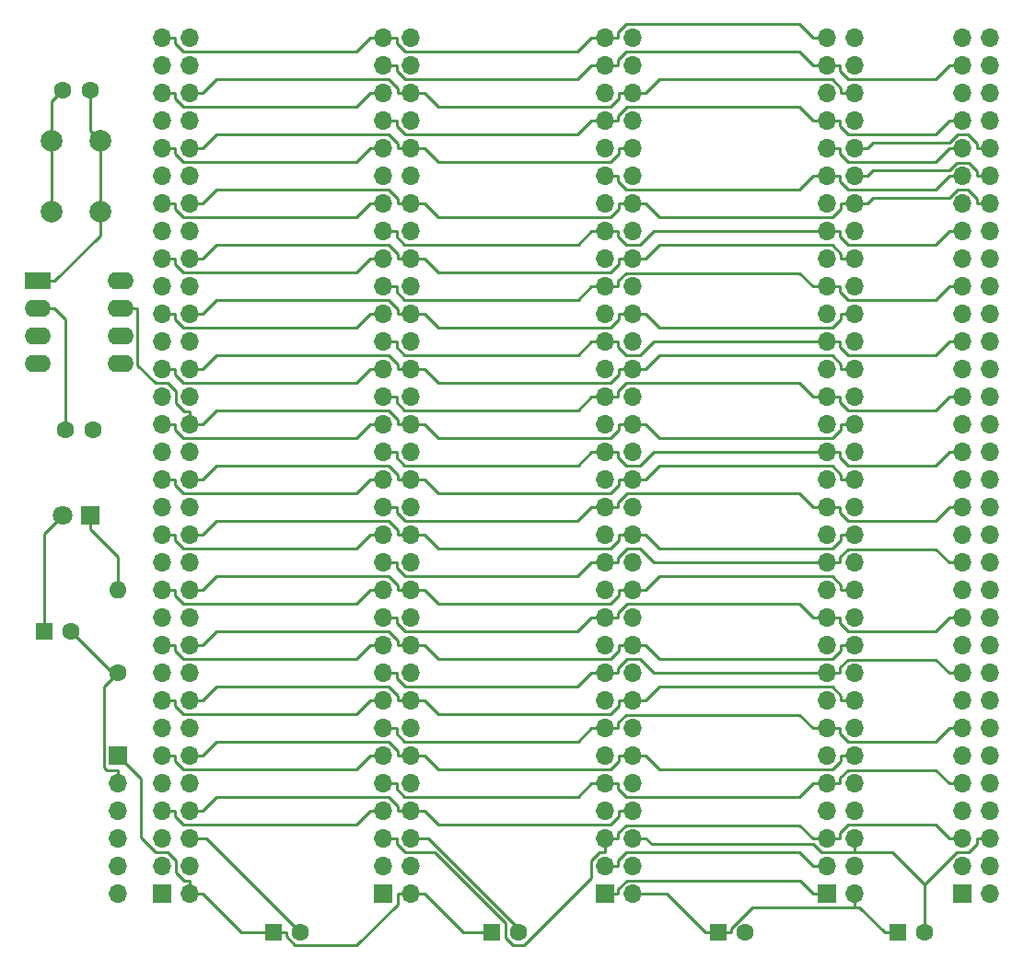
<source format=gbl>
G04 #@! TF.GenerationSoftware,KiCad,Pcbnew,(6.0.2)*
G04 #@! TF.CreationDate,2022-10-15T15:33:45-07:00*
G04 #@! TF.ProjectId,Backplane,4261636b-706c-4616-9e65-2e6b69636164,1.0*
G04 #@! TF.SameCoordinates,Original*
G04 #@! TF.FileFunction,Copper,L2,Bot*
G04 #@! TF.FilePolarity,Positive*
%FSLAX46Y46*%
G04 Gerber Fmt 4.6, Leading zero omitted, Abs format (unit mm)*
G04 Created by KiCad (PCBNEW (6.0.2)) date 2022-10-15 15:33:45*
%MOMM*%
%LPD*%
G01*
G04 APERTURE LIST*
G04 #@! TA.AperFunction,ComponentPad*
%ADD10R,2.400000X1.600000*%
G04 #@! TD*
G04 #@! TA.AperFunction,ComponentPad*
%ADD11O,2.400000X1.600000*%
G04 #@! TD*
G04 #@! TA.AperFunction,ComponentPad*
%ADD12C,2.000000*%
G04 #@! TD*
G04 #@! TA.AperFunction,ComponentPad*
%ADD13C,1.600000*%
G04 #@! TD*
G04 #@! TA.AperFunction,ComponentPad*
%ADD14O,1.600000X1.600000*%
G04 #@! TD*
G04 #@! TA.AperFunction,ComponentPad*
%ADD15R,1.800000X1.800000*%
G04 #@! TD*
G04 #@! TA.AperFunction,ComponentPad*
%ADD16C,1.800000*%
G04 #@! TD*
G04 #@! TA.AperFunction,ComponentPad*
%ADD17R,1.600000X1.600000*%
G04 #@! TD*
G04 #@! TA.AperFunction,ComponentPad*
%ADD18R,1.700000X1.700000*%
G04 #@! TD*
G04 #@! TA.AperFunction,ComponentPad*
%ADD19O,1.700000X1.700000*%
G04 #@! TD*
G04 #@! TA.AperFunction,Conductor*
%ADD20C,0.254000*%
G04 #@! TD*
G04 APERTURE END LIST*
D10*
X98537000Y-79512000D03*
D11*
X98537000Y-82052000D03*
X98537000Y-84592000D03*
X98537000Y-87132000D03*
X106157000Y-87132000D03*
X106157000Y-84592000D03*
X106157000Y-82052000D03*
X106157000Y-79512000D03*
D12*
X99822000Y-66652000D03*
X99822000Y-73152000D03*
X104322000Y-66652000D03*
X104322000Y-73152000D03*
D13*
X101112000Y-93218000D03*
X103612000Y-93218000D03*
X103358000Y-61976000D03*
X100858000Y-61976000D03*
X105918000Y-115570000D03*
D14*
X105918000Y-107950000D03*
D15*
X103383000Y-101092000D03*
D16*
X100843000Y-101092000D03*
D17*
X99147600Y-111760000D03*
D13*
X101647600Y-111760000D03*
D17*
X120206900Y-139446000D03*
D13*
X122706900Y-139446000D03*
D17*
X177610900Y-139446000D03*
D13*
X180110900Y-139446000D03*
D17*
X161100900Y-139446000D03*
D13*
X163600900Y-139446000D03*
D17*
X140272900Y-139446000D03*
D13*
X142772900Y-139446000D03*
D18*
X109962000Y-135895000D03*
D19*
X112502000Y-135895000D03*
X109962000Y-133355000D03*
X112502000Y-133355000D03*
X109962000Y-130815000D03*
X112502000Y-130815000D03*
X109962000Y-128275000D03*
X112502000Y-128275000D03*
X109962000Y-125735000D03*
X112502000Y-125735000D03*
X109962000Y-123195000D03*
X112502000Y-123195000D03*
X109962000Y-120655000D03*
X112502000Y-120655000D03*
X109962000Y-118115000D03*
X112502000Y-118115000D03*
X109962000Y-115575000D03*
X112502000Y-115575000D03*
X109962000Y-113035000D03*
X112502000Y-113035000D03*
X109962000Y-110495000D03*
X112502000Y-110495000D03*
X109962000Y-107955000D03*
X112502000Y-107955000D03*
X109962000Y-105415000D03*
X112502000Y-105415000D03*
X109962000Y-102875000D03*
X112502000Y-102875000D03*
X109962000Y-100335000D03*
X112502000Y-100335000D03*
X109962000Y-97795000D03*
X112502000Y-97795000D03*
X109962000Y-95255000D03*
X112502000Y-95255000D03*
X109962000Y-92715000D03*
X112502000Y-92715000D03*
X109962000Y-90175000D03*
X112502000Y-90175000D03*
X109962000Y-87635000D03*
X112502000Y-87635000D03*
X109962000Y-85095000D03*
X112502000Y-85095000D03*
X109962000Y-82555000D03*
X112502000Y-82555000D03*
X109962000Y-80015000D03*
X112502000Y-80015000D03*
X109962000Y-77475000D03*
X112502000Y-77475000D03*
X109962000Y-74935000D03*
X112502000Y-74935000D03*
X109962000Y-72395000D03*
X112502000Y-72395000D03*
X109962000Y-69855000D03*
X112502000Y-69855000D03*
X109962000Y-67315000D03*
X112502000Y-67315000D03*
X109962000Y-64775000D03*
X112502000Y-64775000D03*
X109962000Y-62235000D03*
X112502000Y-62235000D03*
X109962000Y-59695000D03*
X112502000Y-59695000D03*
X109962000Y-57155000D03*
X112502000Y-57155000D03*
X132879300Y-57155000D03*
X130339300Y-57155000D03*
X132879300Y-59695000D03*
X130339300Y-59695000D03*
X132879300Y-62235000D03*
X130339300Y-62235000D03*
X132879300Y-64775000D03*
X130339300Y-64775000D03*
X132879300Y-67315000D03*
X130339300Y-67315000D03*
X132879300Y-69855000D03*
X130339300Y-69855000D03*
X132879300Y-72395000D03*
X130339300Y-72395000D03*
X132879300Y-74935000D03*
X130339300Y-74935000D03*
X132879300Y-77475000D03*
X130339300Y-77475000D03*
X132879300Y-80015000D03*
X130339300Y-80015000D03*
X132879300Y-82555000D03*
X130339300Y-82555000D03*
X132879300Y-85095000D03*
X130339300Y-85095000D03*
X132879300Y-87635000D03*
X130339300Y-87635000D03*
X132879300Y-90175000D03*
X130339300Y-90175000D03*
X132879300Y-92715000D03*
X130339300Y-92715000D03*
X132879300Y-95255000D03*
X130339300Y-95255000D03*
X132879300Y-97795000D03*
X130339300Y-97795000D03*
X132879300Y-100335000D03*
X130339300Y-100335000D03*
X132879300Y-102875000D03*
X130339300Y-102875000D03*
X132879300Y-105415000D03*
X130339300Y-105415000D03*
X132879300Y-107955000D03*
X130339300Y-107955000D03*
X132879300Y-110495000D03*
X130339300Y-110495000D03*
X132879300Y-113035000D03*
X130339300Y-113035000D03*
X132879300Y-115575000D03*
X130339300Y-115575000D03*
X132879300Y-118115000D03*
X130339300Y-118115000D03*
X132879300Y-120655000D03*
X130339300Y-120655000D03*
X132879300Y-123195000D03*
X130339300Y-123195000D03*
X132879300Y-125735000D03*
X130339300Y-125735000D03*
X132879300Y-128275000D03*
X130339300Y-128275000D03*
X132879300Y-130815000D03*
X130339300Y-130815000D03*
X132879300Y-133355000D03*
X130339300Y-133355000D03*
X132879300Y-135895000D03*
D18*
X130339300Y-135895000D03*
D19*
X173634000Y-57155000D03*
X171094000Y-57155000D03*
X173634000Y-59695000D03*
X171094000Y-59695000D03*
X173634000Y-62235000D03*
X171094000Y-62235000D03*
X173634000Y-64775000D03*
X171094000Y-64775000D03*
X173634000Y-67315000D03*
X171094000Y-67315000D03*
X173634000Y-69855000D03*
X171094000Y-69855000D03*
X173634000Y-72395000D03*
X171094000Y-72395000D03*
X173634000Y-74935000D03*
X171094000Y-74935000D03*
X173634000Y-77475000D03*
X171094000Y-77475000D03*
X173634000Y-80015000D03*
X171094000Y-80015000D03*
X173634000Y-82555000D03*
X171094000Y-82555000D03*
X173634000Y-85095000D03*
X171094000Y-85095000D03*
X173634000Y-87635000D03*
X171094000Y-87635000D03*
X173634000Y-90175000D03*
X171094000Y-90175000D03*
X173634000Y-92715000D03*
X171094000Y-92715000D03*
X173634000Y-95255000D03*
X171094000Y-95255000D03*
X173634000Y-97795000D03*
X171094000Y-97795000D03*
X173634000Y-100335000D03*
X171094000Y-100335000D03*
X173634000Y-102875000D03*
X171094000Y-102875000D03*
X173634000Y-105415000D03*
X171094000Y-105415000D03*
X173634000Y-107955000D03*
X171094000Y-107955000D03*
X173634000Y-110495000D03*
X171094000Y-110495000D03*
X173634000Y-113035000D03*
X171094000Y-113035000D03*
X173634000Y-115575000D03*
X171094000Y-115575000D03*
X173634000Y-118115000D03*
X171094000Y-118115000D03*
X173634000Y-120655000D03*
X171094000Y-120655000D03*
X173634000Y-123195000D03*
X171094000Y-123195000D03*
X173634000Y-125735000D03*
X171094000Y-125735000D03*
X173634000Y-128275000D03*
X171094000Y-128275000D03*
X173634000Y-130815000D03*
X171094000Y-130815000D03*
X173634000Y-133355000D03*
X171094000Y-133355000D03*
X173634000Y-135895000D03*
D18*
X171094000Y-135895000D03*
D19*
X153256700Y-57155000D03*
X150716700Y-57155000D03*
X153256700Y-59695000D03*
X150716700Y-59695000D03*
X153256700Y-62235000D03*
X150716700Y-62235000D03*
X153256700Y-64775000D03*
X150716700Y-64775000D03*
X153256700Y-67315000D03*
X150716700Y-67315000D03*
X153256700Y-69855000D03*
X150716700Y-69855000D03*
X153256700Y-72395000D03*
X150716700Y-72395000D03*
X153256700Y-74935000D03*
X150716700Y-74935000D03*
X153256700Y-77475000D03*
X150716700Y-77475000D03*
X153256700Y-80015000D03*
X150716700Y-80015000D03*
X153256700Y-82555000D03*
X150716700Y-82555000D03*
X153256700Y-85095000D03*
X150716700Y-85095000D03*
X153256700Y-87635000D03*
X150716700Y-87635000D03*
X153256700Y-90175000D03*
X150716700Y-90175000D03*
X153256700Y-92715000D03*
X150716700Y-92715000D03*
X153256700Y-95255000D03*
X150716700Y-95255000D03*
X153256700Y-97795000D03*
X150716700Y-97795000D03*
X153256700Y-100335000D03*
X150716700Y-100335000D03*
X153256700Y-102875000D03*
X150716700Y-102875000D03*
X153256700Y-105415000D03*
X150716700Y-105415000D03*
X153256700Y-107955000D03*
X150716700Y-107955000D03*
X153256700Y-110495000D03*
X150716700Y-110495000D03*
X153256700Y-113035000D03*
X150716700Y-113035000D03*
X153256700Y-115575000D03*
X150716700Y-115575000D03*
X153256700Y-118115000D03*
X150716700Y-118115000D03*
X153256700Y-120655000D03*
X150716700Y-120655000D03*
X153256700Y-123195000D03*
X150716700Y-123195000D03*
X153256700Y-125735000D03*
X150716700Y-125735000D03*
X153256700Y-128275000D03*
X150716700Y-128275000D03*
X153256700Y-130815000D03*
X150716700Y-130815000D03*
X153256700Y-133355000D03*
X150716700Y-133355000D03*
X153256700Y-135895000D03*
D18*
X150716700Y-135895000D03*
X105918000Y-123190000D03*
D19*
X105918000Y-125730000D03*
X105918000Y-128270000D03*
X105918000Y-130810000D03*
X105918000Y-133350000D03*
X105918000Y-135890000D03*
D18*
X183605000Y-135895000D03*
D19*
X186145000Y-135895000D03*
X183605000Y-133355000D03*
X186145000Y-133355000D03*
X183605000Y-130815000D03*
X186145000Y-130815000D03*
X183605000Y-128275000D03*
X186145000Y-128275000D03*
X183605000Y-125735000D03*
X186145000Y-125735000D03*
X183605000Y-123195000D03*
X186145000Y-123195000D03*
X183605000Y-120655000D03*
X186145000Y-120655000D03*
X183605000Y-118115000D03*
X186145000Y-118115000D03*
X183605000Y-115575000D03*
X186145000Y-115575000D03*
X183605000Y-113035000D03*
X186145000Y-113035000D03*
X183605000Y-110495000D03*
X186145000Y-110495000D03*
X183605000Y-107955000D03*
X186145000Y-107955000D03*
X183605000Y-105415000D03*
X186145000Y-105415000D03*
X183605000Y-102875000D03*
X186145000Y-102875000D03*
X183605000Y-100335000D03*
X186145000Y-100335000D03*
X183605000Y-97795000D03*
X186145000Y-97795000D03*
X183605000Y-95255000D03*
X186145000Y-95255000D03*
X183605000Y-92715000D03*
X186145000Y-92715000D03*
X183605000Y-90175000D03*
X186145000Y-90175000D03*
X183605000Y-87635000D03*
X186145000Y-87635000D03*
X183605000Y-85095000D03*
X186145000Y-85095000D03*
X183605000Y-82555000D03*
X186145000Y-82555000D03*
X183605000Y-80015000D03*
X186145000Y-80015000D03*
X183605000Y-77475000D03*
X186145000Y-77475000D03*
X183605000Y-74935000D03*
X186145000Y-74935000D03*
X183605000Y-72395000D03*
X186145000Y-72395000D03*
X183605000Y-69855000D03*
X186145000Y-69855000D03*
X183605000Y-67315000D03*
X186145000Y-67315000D03*
X183605000Y-64775000D03*
X186145000Y-64775000D03*
X183605000Y-62235000D03*
X186145000Y-62235000D03*
X183605000Y-59695000D03*
X186145000Y-59695000D03*
X183605000Y-57155000D03*
X186145000Y-57155000D03*
D20*
X103358000Y-65688000D02*
X104322000Y-66652000D01*
X103358000Y-61976000D02*
X103358000Y-65688000D01*
X104322000Y-66652000D02*
X104322000Y-73152000D01*
X104322000Y-75308300D02*
X100118300Y-79512000D01*
X104322000Y-73152000D02*
X104322000Y-75308300D01*
X98537000Y-79512000D02*
X100118300Y-79512000D01*
X105918000Y-104908300D02*
X105918000Y-107950000D01*
X103383000Y-102373300D02*
X105918000Y-104908300D01*
X103383000Y-101092000D02*
X103383000Y-102373300D01*
X115003300Y-101605000D02*
X113733300Y-102875000D01*
X130839700Y-101605000D02*
X115003300Y-101605000D01*
X131648000Y-102413300D02*
X130839700Y-101605000D01*
X131648000Y-102875000D02*
X131648000Y-102413300D01*
X112502000Y-102875000D02*
X113733300Y-102875000D01*
X132300200Y-102875000D02*
X131648000Y-102875000D01*
X132300200Y-102875000D02*
X132879300Y-102875000D01*
X152025400Y-103385200D02*
X152025400Y-102875000D01*
X151265600Y-104145000D02*
X152025400Y-103385200D01*
X135380600Y-104145000D02*
X151265600Y-104145000D01*
X134110600Y-102875000D02*
X135380600Y-104145000D01*
X132879300Y-102875000D02*
X134110600Y-102875000D01*
X153256700Y-102875000D02*
X152025400Y-102875000D01*
X155758000Y-104145000D02*
X154488000Y-102875000D01*
X171594400Y-104145000D02*
X155758000Y-104145000D01*
X172402700Y-103336700D02*
X171594400Y-104145000D01*
X172402700Y-102875000D02*
X172402700Y-103336700D01*
X173634000Y-102875000D02*
X172402700Y-102875000D01*
X153256700Y-102875000D02*
X154488000Y-102875000D01*
X99147600Y-102787400D02*
X100843000Y-101092000D01*
X99147600Y-111760000D02*
X99147600Y-102787400D01*
X108047000Y-125319000D02*
X105918000Y-123190000D01*
X108047000Y-130734200D02*
X108047000Y-125319000D01*
X109397800Y-132085000D02*
X108047000Y-130734200D01*
X110509700Y-132085000D02*
X109397800Y-132085000D01*
X111270700Y-132846000D02*
X110509700Y-132085000D01*
X111270700Y-133894200D02*
X111270700Y-132846000D01*
X112040200Y-134663700D02*
X111270700Y-133894200D01*
X112502000Y-134663700D02*
X112040200Y-134663700D01*
X112502000Y-135895000D02*
X112502000Y-134663700D01*
X174109900Y-137126300D02*
X173634000Y-137126300D01*
X176429600Y-139446000D02*
X174109900Y-137126300D01*
X177610900Y-139446000D02*
X176429600Y-139446000D01*
X112502000Y-135895000D02*
X113733300Y-135895000D01*
X173634000Y-135895000D02*
X173634000Y-136999200D01*
X173634000Y-136999200D02*
X173634000Y-137126300D01*
X162282200Y-139076800D02*
X162282200Y-139446000D01*
X164232700Y-137126300D02*
X162282200Y-139076800D01*
X173634000Y-137126300D02*
X164232700Y-137126300D01*
X161100900Y-139446000D02*
X162282200Y-139446000D01*
X156368600Y-135895000D02*
X159919600Y-139446000D01*
X153256700Y-135895000D02*
X156368600Y-135895000D01*
X161100900Y-139446000D02*
X159919600Y-139446000D01*
X101112000Y-83045700D02*
X100118300Y-82052000D01*
X101112000Y-93218000D02*
X101112000Y-83045700D01*
X98537000Y-82052000D02*
X100118300Y-82052000D01*
X137661600Y-139446000D02*
X134110600Y-135895000D01*
X140272900Y-139446000D02*
X137661600Y-139446000D01*
X132879300Y-135895000D02*
X134110600Y-135895000D01*
X117284300Y-139446000D02*
X120206900Y-139446000D01*
X113733300Y-135895000D02*
X117284300Y-139446000D01*
X131648000Y-136855900D02*
X131648000Y-135895000D01*
X127862300Y-140641600D02*
X131648000Y-136855900D01*
X122214600Y-140641600D02*
X127862300Y-140641600D01*
X121388200Y-139815200D02*
X122214600Y-140641600D01*
X121388200Y-139446000D02*
X121388200Y-139815200D01*
X120206900Y-139446000D02*
X121388200Y-139446000D01*
X132879300Y-135895000D02*
X131648000Y-135895000D01*
X115003300Y-127005000D02*
X113733300Y-128275000D01*
X130839700Y-127005000D02*
X115003300Y-127005000D01*
X131648000Y-127813300D02*
X130839700Y-127005000D01*
X131648000Y-128275000D02*
X131648000Y-127813300D01*
X112502000Y-128275000D02*
X113733300Y-128275000D01*
X132300200Y-128275000D02*
X131648000Y-128275000D01*
X132300200Y-128275000D02*
X132879300Y-128275000D01*
X135380600Y-129545000D02*
X134110600Y-128275000D01*
X151217100Y-129545000D02*
X135380600Y-129545000D01*
X152025400Y-128736700D02*
X151217100Y-129545000D01*
X152025400Y-128275000D02*
X152025400Y-128736700D01*
X153256700Y-128275000D02*
X152025400Y-128275000D01*
X132879300Y-128275000D02*
X134110600Y-128275000D01*
X115003300Y-121925000D02*
X113733300Y-123195000D01*
X130839700Y-121925000D02*
X115003300Y-121925000D01*
X131648000Y-122733300D02*
X130839700Y-121925000D01*
X131648000Y-123195000D02*
X131648000Y-122733300D01*
X112502000Y-123195000D02*
X113733300Y-123195000D01*
X132300200Y-123195000D02*
X131648000Y-123195000D01*
X132300200Y-123195000D02*
X132879300Y-123195000D01*
X152025400Y-123705200D02*
X152025400Y-123195000D01*
X151265600Y-124465000D02*
X152025400Y-123705200D01*
X135380600Y-124465000D02*
X151265600Y-124465000D01*
X134110600Y-123195000D02*
X135380600Y-124465000D01*
X132879300Y-123195000D02*
X134110600Y-123195000D01*
X153256700Y-123195000D02*
X152025400Y-123195000D01*
X155758000Y-124465000D02*
X154488000Y-123195000D01*
X171594400Y-124465000D02*
X155758000Y-124465000D01*
X172402700Y-123656700D02*
X171594400Y-124465000D01*
X172402700Y-123195000D02*
X172402700Y-123656700D01*
X173634000Y-123195000D02*
X172402700Y-123195000D01*
X153256700Y-123195000D02*
X154488000Y-123195000D01*
X111193300Y-67825200D02*
X111193300Y-67315000D01*
X111953100Y-68585000D02*
X111193300Y-67825200D01*
X127838000Y-68585000D02*
X111953100Y-68585000D01*
X129108000Y-67315000D02*
X127838000Y-68585000D01*
X130339300Y-67315000D02*
X129108000Y-67315000D01*
X109962000Y-67315000D02*
X111193300Y-67315000D01*
X183605000Y-67315000D02*
X182373700Y-67315000D01*
X171094000Y-67315000D02*
X172325300Y-67315000D01*
X172325300Y-67825200D02*
X172325300Y-67315000D01*
X173046500Y-68546400D02*
X172325300Y-67825200D01*
X181142300Y-68546400D02*
X173046500Y-68546400D01*
X182373700Y-67315000D02*
X181142300Y-68546400D01*
X151948000Y-70365200D02*
X151948000Y-69855000D01*
X152707800Y-71125000D02*
X151948000Y-70365200D01*
X168592700Y-71125000D02*
X152707800Y-71125000D01*
X169862700Y-69855000D02*
X168592700Y-71125000D01*
X171094000Y-69855000D02*
X169862700Y-69855000D01*
X150716700Y-69855000D02*
X151948000Y-69855000D01*
X183605000Y-69855000D02*
X182373700Y-69855000D01*
X171094000Y-69855000D02*
X172325300Y-69855000D01*
X172325300Y-70365200D02*
X172325300Y-69855000D01*
X173085100Y-71125000D02*
X172325300Y-70365200D01*
X181103700Y-71125000D02*
X173085100Y-71125000D01*
X182373700Y-69855000D02*
X181103700Y-71125000D01*
X111193300Y-72905200D02*
X111193300Y-72395000D01*
X111953100Y-73665000D02*
X111193300Y-72905200D01*
X127838000Y-73665000D02*
X111953100Y-73665000D01*
X129108000Y-72395000D02*
X127838000Y-73665000D01*
X130339300Y-72395000D02*
X129108000Y-72395000D01*
X109962000Y-72395000D02*
X111193300Y-72395000D01*
X115003300Y-106685000D02*
X113733300Y-107955000D01*
X130839700Y-106685000D02*
X115003300Y-106685000D01*
X131648000Y-107493300D02*
X130839700Y-106685000D01*
X131648000Y-107955000D02*
X131648000Y-107493300D01*
X112502000Y-107955000D02*
X113733300Y-107955000D01*
X132300200Y-107955000D02*
X131648000Y-107955000D01*
X132300200Y-107955000D02*
X132879300Y-107955000D01*
X152025400Y-108465200D02*
X152025400Y-107955000D01*
X151265600Y-109225000D02*
X152025400Y-108465200D01*
X135380600Y-109225000D02*
X151265600Y-109225000D01*
X134110600Y-107955000D02*
X135380600Y-109225000D01*
X132879300Y-107955000D02*
X134110600Y-107955000D01*
X153256700Y-107955000D02*
X152025400Y-107955000D01*
X155758000Y-106685000D02*
X154488000Y-107955000D01*
X171594400Y-106685000D02*
X155758000Y-106685000D01*
X172402700Y-107493300D02*
X171594400Y-106685000D01*
X172402700Y-107955000D02*
X172402700Y-107493300D01*
X173634000Y-107955000D02*
X172402700Y-107955000D01*
X153256700Y-107955000D02*
X154488000Y-107955000D01*
X115003300Y-111765000D02*
X113733300Y-113035000D01*
X130839700Y-111765000D02*
X115003300Y-111765000D01*
X131648000Y-112573300D02*
X130839700Y-111765000D01*
X131648000Y-113035000D02*
X131648000Y-112573300D01*
X112502000Y-113035000D02*
X113733300Y-113035000D01*
X132300200Y-113035000D02*
X131648000Y-113035000D01*
X132300200Y-113035000D02*
X132879300Y-113035000D01*
X152025400Y-113545200D02*
X152025400Y-113035000D01*
X151265600Y-114305000D02*
X152025400Y-113545200D01*
X135380600Y-114305000D02*
X151265600Y-114305000D01*
X134110600Y-113035000D02*
X135380600Y-114305000D01*
X132879300Y-113035000D02*
X134110600Y-113035000D01*
X153256700Y-113035000D02*
X152025400Y-113035000D01*
X155758000Y-114305000D02*
X154488000Y-113035000D01*
X171594400Y-114305000D02*
X155758000Y-114305000D01*
X172402700Y-113496700D02*
X171594400Y-114305000D01*
X172402700Y-113035000D02*
X172402700Y-113496700D01*
X173634000Y-113035000D02*
X172402700Y-113035000D01*
X153256700Y-113035000D02*
X154488000Y-113035000D01*
X115003300Y-116845000D02*
X113733300Y-118115000D01*
X130839700Y-116845000D02*
X115003300Y-116845000D01*
X131648000Y-117653300D02*
X130839700Y-116845000D01*
X131648000Y-118115000D02*
X131648000Y-117653300D01*
X112502000Y-118115000D02*
X113733300Y-118115000D01*
X132300200Y-118115000D02*
X131648000Y-118115000D01*
X132300200Y-118115000D02*
X132879300Y-118115000D01*
X152025400Y-118625200D02*
X152025400Y-118115000D01*
X151265600Y-119385000D02*
X152025400Y-118625200D01*
X135380600Y-119385000D02*
X151265600Y-119385000D01*
X134110600Y-118115000D02*
X135380600Y-119385000D01*
X132879300Y-118115000D02*
X134110600Y-118115000D01*
X153256700Y-118115000D02*
X152025400Y-118115000D01*
X155758000Y-116845000D02*
X154488000Y-118115000D01*
X171594400Y-116845000D02*
X155758000Y-116845000D01*
X172402700Y-117653300D02*
X171594400Y-116845000D01*
X172402700Y-118115000D02*
X172402700Y-117653300D01*
X173634000Y-118115000D02*
X172402700Y-118115000D01*
X153256700Y-118115000D02*
X154488000Y-118115000D01*
X115003300Y-91445000D02*
X113733300Y-92715000D01*
X130839700Y-91445000D02*
X115003300Y-91445000D01*
X131648000Y-92253300D02*
X130839700Y-91445000D01*
X131648000Y-92715000D02*
X131648000Y-92253300D01*
X113081100Y-92715000D02*
X113733300Y-92715000D01*
X113081100Y-92715000D02*
X112502000Y-92715000D01*
X107738300Y-87245500D02*
X107738300Y-82052000D01*
X109397800Y-88905000D02*
X107738300Y-87245500D01*
X110509700Y-88905000D02*
X109397800Y-88905000D01*
X111270700Y-89666000D02*
X110509700Y-88905000D01*
X111270700Y-90714200D02*
X111270700Y-89666000D01*
X112040200Y-91483700D02*
X111270700Y-90714200D01*
X112502000Y-91483700D02*
X112040200Y-91483700D01*
X112502000Y-92715000D02*
X112502000Y-91483700D01*
X106157000Y-82052000D02*
X107738300Y-82052000D01*
X132300200Y-92715000D02*
X131648000Y-92715000D01*
X132300200Y-92715000D02*
X132879300Y-92715000D01*
X152025400Y-93225200D02*
X152025400Y-92715000D01*
X151265600Y-93985000D02*
X152025400Y-93225200D01*
X135380600Y-93985000D02*
X151265600Y-93985000D01*
X134110600Y-92715000D02*
X135380600Y-93985000D01*
X132879300Y-92715000D02*
X134110600Y-92715000D01*
X153256700Y-92715000D02*
X152025400Y-92715000D01*
X155758000Y-93985000D02*
X154488000Y-92715000D01*
X171594400Y-93985000D02*
X155758000Y-93985000D01*
X172402700Y-93176700D02*
X171594400Y-93985000D01*
X172402700Y-92715000D02*
X172402700Y-93176700D01*
X173634000Y-92715000D02*
X172402700Y-92715000D01*
X153256700Y-92715000D02*
X154488000Y-92715000D01*
X168592700Y-63505000D02*
X169862700Y-64775000D01*
X152756300Y-63505000D02*
X168592700Y-63505000D01*
X151948000Y-64313300D02*
X152756300Y-63505000D01*
X151948000Y-64775000D02*
X151948000Y-64313300D01*
X171094000Y-64775000D02*
X169862700Y-64775000D01*
X151295800Y-64775000D02*
X151948000Y-64775000D01*
X151295800Y-64775000D02*
X150716700Y-64775000D01*
X131570600Y-65285200D02*
X131570600Y-64775000D01*
X132330400Y-66045000D02*
X131570600Y-65285200D01*
X148215400Y-66045000D02*
X132330400Y-66045000D01*
X149485400Y-64775000D02*
X148215400Y-66045000D01*
X150716700Y-64775000D02*
X149485400Y-64775000D01*
X130339300Y-64775000D02*
X131570600Y-64775000D01*
X183605000Y-64775000D02*
X182373700Y-64775000D01*
X171094000Y-64775000D02*
X172325300Y-64775000D01*
X172325300Y-65285200D02*
X172325300Y-64775000D01*
X173085100Y-66045000D02*
X172325300Y-65285200D01*
X181103700Y-66045000D02*
X173085100Y-66045000D01*
X182373700Y-64775000D02*
X181103700Y-66045000D01*
X111193300Y-62745200D02*
X111193300Y-62235000D01*
X111953100Y-63505000D02*
X111193300Y-62745200D01*
X127838000Y-63505000D02*
X111953100Y-63505000D01*
X129108000Y-62235000D02*
X127838000Y-63505000D01*
X130339300Y-62235000D02*
X129108000Y-62235000D01*
X109962000Y-62235000D02*
X111193300Y-62235000D01*
X115003300Y-96525000D02*
X113733300Y-97795000D01*
X130839700Y-96525000D02*
X115003300Y-96525000D01*
X131648000Y-97333300D02*
X130839700Y-96525000D01*
X131648000Y-97795000D02*
X131648000Y-97333300D01*
X112502000Y-97795000D02*
X113733300Y-97795000D01*
X132300200Y-97795000D02*
X131648000Y-97795000D01*
X132300200Y-97795000D02*
X132879300Y-97795000D01*
X152025400Y-98305200D02*
X152025400Y-97795000D01*
X151265600Y-99065000D02*
X152025400Y-98305200D01*
X135380600Y-99065000D02*
X151265600Y-99065000D01*
X134110600Y-97795000D02*
X135380600Y-99065000D01*
X132879300Y-97795000D02*
X134110600Y-97795000D01*
X153256700Y-97795000D02*
X152025400Y-97795000D01*
X155758000Y-96525000D02*
X154488000Y-97795000D01*
X171594400Y-96525000D02*
X155758000Y-96525000D01*
X172402700Y-97333300D02*
X171594400Y-96525000D01*
X172402700Y-97795000D02*
X172402700Y-97333300D01*
X173634000Y-97795000D02*
X172402700Y-97795000D01*
X153256700Y-97795000D02*
X154488000Y-97795000D01*
X115003300Y-86365000D02*
X113733300Y-87635000D01*
X130839700Y-86365000D02*
X115003300Y-86365000D01*
X131648000Y-87173300D02*
X130839700Y-86365000D01*
X131648000Y-87635000D02*
X131648000Y-87173300D01*
X112502000Y-87635000D02*
X113733300Y-87635000D01*
X132300200Y-87635000D02*
X131648000Y-87635000D01*
X132300200Y-87635000D02*
X132879300Y-87635000D01*
X152025400Y-88145200D02*
X152025400Y-87635000D01*
X151265600Y-88905000D02*
X152025400Y-88145200D01*
X135380600Y-88905000D02*
X151265600Y-88905000D01*
X134110600Y-87635000D02*
X135380600Y-88905000D01*
X132879300Y-87635000D02*
X134110600Y-87635000D01*
X153256700Y-87635000D02*
X152025400Y-87635000D01*
X155758000Y-86365000D02*
X154488000Y-87635000D01*
X171594400Y-86365000D02*
X155758000Y-86365000D01*
X172402700Y-87173300D02*
X171594400Y-86365000D01*
X172402700Y-87635000D02*
X172402700Y-87173300D01*
X173634000Y-87635000D02*
X172402700Y-87635000D01*
X153256700Y-87635000D02*
X154488000Y-87635000D01*
X115003300Y-81285000D02*
X113733300Y-82555000D01*
X130839700Y-81285000D02*
X115003300Y-81285000D01*
X131648000Y-82093300D02*
X130839700Y-81285000D01*
X131648000Y-82555000D02*
X131648000Y-82093300D01*
X112502000Y-82555000D02*
X113733300Y-82555000D01*
X132300200Y-82555000D02*
X131648000Y-82555000D01*
X132300200Y-82555000D02*
X132879300Y-82555000D01*
X152025400Y-83065200D02*
X152025400Y-82555000D01*
X151265600Y-83825000D02*
X152025400Y-83065200D01*
X135380600Y-83825000D02*
X151265600Y-83825000D01*
X134110600Y-82555000D02*
X135380600Y-83825000D01*
X132879300Y-82555000D02*
X134110600Y-82555000D01*
X153256700Y-82555000D02*
X152025400Y-82555000D01*
X155758000Y-83825000D02*
X154488000Y-82555000D01*
X171594400Y-83825000D02*
X155758000Y-83825000D01*
X172402700Y-83016700D02*
X171594400Y-83825000D01*
X172402700Y-82555000D02*
X172402700Y-83016700D01*
X173634000Y-82555000D02*
X172402700Y-82555000D01*
X153256700Y-82555000D02*
X154488000Y-82555000D01*
X115003300Y-76205000D02*
X113733300Y-77475000D01*
X130839700Y-76205000D02*
X115003300Y-76205000D01*
X131648000Y-77013300D02*
X130839700Y-76205000D01*
X131648000Y-77475000D02*
X131648000Y-77013300D01*
X112502000Y-77475000D02*
X113733300Y-77475000D01*
X132300200Y-77475000D02*
X131648000Y-77475000D01*
X132300200Y-77475000D02*
X132879300Y-77475000D01*
X152025400Y-77985200D02*
X152025400Y-77475000D01*
X151265600Y-78745000D02*
X152025400Y-77985200D01*
X135380600Y-78745000D02*
X151265600Y-78745000D01*
X134110600Y-77475000D02*
X135380600Y-78745000D01*
X132879300Y-77475000D02*
X134110600Y-77475000D01*
X153256700Y-77475000D02*
X152025400Y-77475000D01*
X155758000Y-76205000D02*
X154488000Y-77475000D01*
X171594400Y-76205000D02*
X155758000Y-76205000D01*
X172402700Y-77013300D02*
X171594400Y-76205000D01*
X172402700Y-77475000D02*
X172402700Y-77013300D01*
X173634000Y-77475000D02*
X172402700Y-77475000D01*
X153256700Y-77475000D02*
X154488000Y-77475000D01*
X115003300Y-71125000D02*
X113733300Y-72395000D01*
X130839700Y-71125000D02*
X115003300Y-71125000D01*
X131648000Y-71933300D02*
X130839700Y-71125000D01*
X131648000Y-72395000D02*
X131648000Y-71933300D01*
X112502000Y-72395000D02*
X113733300Y-72395000D01*
X132300200Y-72395000D02*
X131648000Y-72395000D01*
X132300200Y-72395000D02*
X132879300Y-72395000D01*
X152025400Y-72905200D02*
X152025400Y-72395000D01*
X151265600Y-73665000D02*
X152025400Y-72905200D01*
X135380600Y-73665000D02*
X151265600Y-73665000D01*
X134110600Y-72395000D02*
X135380600Y-73665000D01*
X132879300Y-72395000D02*
X134110600Y-72395000D01*
X153256700Y-72395000D02*
X152025400Y-72395000D01*
X155758000Y-73665000D02*
X154488000Y-72395000D01*
X171594400Y-73665000D02*
X155758000Y-73665000D01*
X172402700Y-72856700D02*
X171594400Y-73665000D01*
X172402700Y-72395000D02*
X172402700Y-72856700D01*
X173634000Y-72395000D02*
X172402700Y-72395000D01*
X153256700Y-72395000D02*
X154488000Y-72395000D01*
X175375400Y-71884900D02*
X174865300Y-72395000D01*
X182373700Y-71884900D02*
X175375400Y-71884900D01*
X183133600Y-71125000D02*
X182373700Y-71884900D01*
X184105400Y-71125000D02*
X183133600Y-71125000D01*
X184913700Y-71933300D02*
X184105400Y-71125000D01*
X184913700Y-72395000D02*
X184913700Y-71933300D01*
X186145000Y-72395000D02*
X184913700Y-72395000D01*
X173634000Y-72395000D02*
X174865300Y-72395000D01*
X175375400Y-69344900D02*
X174865300Y-69855000D01*
X182373700Y-69344900D02*
X175375400Y-69344900D01*
X183097700Y-68620900D02*
X182373700Y-69344900D01*
X184141300Y-68620900D02*
X183097700Y-68620900D01*
X184913700Y-69393300D02*
X184141300Y-68620900D01*
X184913700Y-69855000D02*
X184913700Y-69393300D01*
X186145000Y-69855000D02*
X184913700Y-69855000D01*
X173634000Y-69855000D02*
X174865300Y-69855000D01*
X115003300Y-66045000D02*
X113733300Y-67315000D01*
X130839700Y-66045000D02*
X115003300Y-66045000D01*
X131648000Y-66853300D02*
X130839700Y-66045000D01*
X131648000Y-67315000D02*
X131648000Y-66853300D01*
X112502000Y-67315000D02*
X113733300Y-67315000D01*
X132300200Y-67315000D02*
X131648000Y-67315000D01*
X132300200Y-67315000D02*
X132879300Y-67315000D01*
X152025400Y-67825200D02*
X152025400Y-67315000D01*
X151265600Y-68585000D02*
X152025400Y-67825200D01*
X135380600Y-68585000D02*
X151265600Y-68585000D01*
X134110600Y-67315000D02*
X135380600Y-68585000D01*
X132879300Y-67315000D02*
X134110600Y-67315000D01*
X153256700Y-67315000D02*
X152025400Y-67315000D01*
X175375400Y-66804900D02*
X174865300Y-67315000D01*
X182373700Y-66804900D02*
X175375400Y-66804900D01*
X183117600Y-66061000D02*
X182373700Y-66804900D01*
X184121400Y-66061000D02*
X183117600Y-66061000D01*
X184913700Y-66853300D02*
X184121400Y-66061000D01*
X184913700Y-67315000D02*
X184913700Y-66853300D01*
X186145000Y-67315000D02*
X184913700Y-67315000D01*
X173634000Y-67315000D02*
X174865300Y-67315000D01*
X115003300Y-60965000D02*
X113733300Y-62235000D01*
X130839700Y-60965000D02*
X115003300Y-60965000D01*
X131648000Y-61773300D02*
X130839700Y-60965000D01*
X131648000Y-62235000D02*
X131648000Y-61773300D01*
X112502000Y-62235000D02*
X113733300Y-62235000D01*
X132300200Y-62235000D02*
X131648000Y-62235000D01*
X132300200Y-62235000D02*
X132879300Y-62235000D01*
X152025400Y-62745200D02*
X152025400Y-62235000D01*
X151265600Y-63505000D02*
X152025400Y-62745200D01*
X135380600Y-63505000D02*
X151265600Y-63505000D01*
X134110600Y-62235000D02*
X135380600Y-63505000D01*
X132879300Y-62235000D02*
X134110600Y-62235000D01*
X153256700Y-62235000D02*
X152025400Y-62235000D01*
X155758000Y-60965000D02*
X154488000Y-62235000D01*
X171594400Y-60965000D02*
X155758000Y-60965000D01*
X172402700Y-61773300D02*
X171594400Y-60965000D01*
X172402700Y-62235000D02*
X172402700Y-61773300D01*
X173634000Y-62235000D02*
X172402700Y-62235000D01*
X153256700Y-62235000D02*
X154488000Y-62235000D01*
X111193300Y-57665200D02*
X111193300Y-57155000D01*
X111953100Y-58425000D02*
X111193300Y-57665200D01*
X127838000Y-58425000D02*
X111953100Y-58425000D01*
X129108000Y-57155000D02*
X127838000Y-58425000D01*
X130339300Y-57155000D02*
X129108000Y-57155000D01*
X109962000Y-57155000D02*
X111193300Y-57155000D01*
X131570600Y-57665200D02*
X131570600Y-57155000D01*
X132330400Y-58425000D02*
X131570600Y-57665200D01*
X148215400Y-58425000D02*
X132330400Y-58425000D01*
X149485400Y-57155000D02*
X148215400Y-58425000D01*
X150716700Y-57155000D02*
X149485400Y-57155000D01*
X130339300Y-57155000D02*
X131570600Y-57155000D01*
X151948000Y-56644800D02*
X151948000Y-57155000D01*
X152689200Y-55903600D02*
X151948000Y-56644800D01*
X168611300Y-55903600D02*
X152689200Y-55903600D01*
X169862700Y-57155000D02*
X168611300Y-55903600D01*
X171094000Y-57155000D02*
X169862700Y-57155000D01*
X150716700Y-57155000D02*
X151948000Y-57155000D01*
X131570600Y-60205200D02*
X131570600Y-59695000D01*
X132330400Y-60965000D02*
X131570600Y-60205200D01*
X148215400Y-60965000D02*
X132330400Y-60965000D01*
X149485400Y-59695000D02*
X148215400Y-60965000D01*
X150716700Y-59695000D02*
X149485400Y-59695000D01*
X130339300Y-59695000D02*
X131570600Y-59695000D01*
X151948000Y-59184800D02*
X151948000Y-59695000D01*
X152707800Y-58425000D02*
X151948000Y-59184800D01*
X168592700Y-58425000D02*
X152707800Y-58425000D01*
X169862700Y-59695000D02*
X168592700Y-58425000D01*
X171094000Y-59695000D02*
X169862700Y-59695000D01*
X150716700Y-59695000D02*
X151948000Y-59695000D01*
X172325300Y-60205200D02*
X172325300Y-59695000D01*
X173085100Y-60965000D02*
X172325300Y-60205200D01*
X181103700Y-60965000D02*
X173085100Y-60965000D01*
X182373700Y-59695000D02*
X181103700Y-60965000D01*
X183605000Y-59695000D02*
X182373700Y-59695000D01*
X171094000Y-59695000D02*
X172325300Y-59695000D01*
X131570600Y-75445200D02*
X131570600Y-74935000D01*
X132300600Y-76175200D02*
X131570600Y-75445200D01*
X148245200Y-76175200D02*
X132300600Y-76175200D01*
X149485400Y-74935000D02*
X148245200Y-76175200D01*
X150716700Y-74935000D02*
X149485400Y-74935000D01*
X130339300Y-74935000D02*
X131570600Y-74935000D01*
X151948000Y-75445200D02*
X151948000Y-74935000D01*
X152707800Y-76205000D02*
X151948000Y-75445200D01*
X153940900Y-76205000D02*
X152707800Y-76205000D01*
X155210900Y-74935000D02*
X153940900Y-76205000D01*
X171094000Y-74935000D02*
X155210900Y-74935000D01*
X150716700Y-74935000D02*
X151948000Y-74935000D01*
X172325300Y-75445200D02*
X172325300Y-74935000D01*
X173085100Y-76205000D02*
X172325300Y-75445200D01*
X181103700Y-76205000D02*
X173085100Y-76205000D01*
X182373700Y-74935000D02*
X181103700Y-76205000D01*
X183605000Y-74935000D02*
X182373700Y-74935000D01*
X171094000Y-74935000D02*
X172325300Y-74935000D01*
X111193300Y-77985200D02*
X111193300Y-77475000D01*
X111953100Y-78745000D02*
X111193300Y-77985200D01*
X127838000Y-78745000D02*
X111953100Y-78745000D01*
X129108000Y-77475000D02*
X127838000Y-78745000D01*
X130339300Y-77475000D02*
X129108000Y-77475000D01*
X109962000Y-77475000D02*
X111193300Y-77475000D01*
X131570600Y-80525200D02*
X131570600Y-80015000D01*
X132300600Y-81255200D02*
X131570600Y-80525200D01*
X148245200Y-81255200D02*
X132300600Y-81255200D01*
X149485400Y-80015000D02*
X148245200Y-81255200D01*
X150716700Y-80015000D02*
X149485400Y-80015000D01*
X130339300Y-80015000D02*
X131570600Y-80015000D01*
X151948000Y-79504800D02*
X151948000Y-80015000D01*
X152678000Y-78774800D02*
X151948000Y-79504800D01*
X168622500Y-78774800D02*
X152678000Y-78774800D01*
X169862700Y-80015000D02*
X168622500Y-78774800D01*
X171094000Y-80015000D02*
X169862700Y-80015000D01*
X150716700Y-80015000D02*
X151948000Y-80015000D01*
X172325300Y-80525200D02*
X172325300Y-80015000D01*
X173085100Y-81285000D02*
X172325300Y-80525200D01*
X181103700Y-81285000D02*
X173085100Y-81285000D01*
X182373700Y-80015000D02*
X181103700Y-81285000D01*
X183605000Y-80015000D02*
X182373700Y-80015000D01*
X171094000Y-80015000D02*
X172325300Y-80015000D01*
X111193300Y-83065200D02*
X111193300Y-82555000D01*
X111953100Y-83825000D02*
X111193300Y-83065200D01*
X127838000Y-83825000D02*
X111953100Y-83825000D01*
X129108000Y-82555000D02*
X127838000Y-83825000D01*
X130339300Y-82555000D02*
X129108000Y-82555000D01*
X109962000Y-82555000D02*
X111193300Y-82555000D01*
X131570600Y-85605200D02*
X131570600Y-85095000D01*
X132300600Y-86335200D02*
X131570600Y-85605200D01*
X148245200Y-86335200D02*
X132300600Y-86335200D01*
X149485400Y-85095000D02*
X148245200Y-86335200D01*
X150716700Y-85095000D02*
X149485400Y-85095000D01*
X130339300Y-85095000D02*
X131570600Y-85095000D01*
X151948000Y-85605200D02*
X151948000Y-85095000D01*
X152707800Y-86365000D02*
X151948000Y-85605200D01*
X153940900Y-86365000D02*
X152707800Y-86365000D01*
X155210900Y-85095000D02*
X153940900Y-86365000D01*
X171094000Y-85095000D02*
X155210900Y-85095000D01*
X150716700Y-85095000D02*
X151948000Y-85095000D01*
X172325300Y-85605200D02*
X172325300Y-85095000D01*
X173055300Y-86335200D02*
X172325300Y-85605200D01*
X181133500Y-86335200D02*
X173055300Y-86335200D01*
X182373700Y-85095000D02*
X181133500Y-86335200D01*
X183605000Y-85095000D02*
X182373700Y-85095000D01*
X171094000Y-85095000D02*
X172325300Y-85095000D01*
X111193300Y-88145200D02*
X111193300Y-87635000D01*
X111953100Y-88905000D02*
X111193300Y-88145200D01*
X127838000Y-88905000D02*
X111953100Y-88905000D01*
X129108000Y-87635000D02*
X127838000Y-88905000D01*
X130339300Y-87635000D02*
X129108000Y-87635000D01*
X109962000Y-87635000D02*
X111193300Y-87635000D01*
X131570600Y-90685200D02*
X131570600Y-90175000D01*
X132300600Y-91415200D02*
X131570600Y-90685200D01*
X148245200Y-91415200D02*
X132300600Y-91415200D01*
X149485400Y-90175000D02*
X148245200Y-91415200D01*
X150716700Y-90175000D02*
X149485400Y-90175000D01*
X130339300Y-90175000D02*
X131570600Y-90175000D01*
X151948000Y-89664800D02*
X151948000Y-90175000D01*
X152707800Y-88905000D02*
X151948000Y-89664800D01*
X168592700Y-88905000D02*
X152707800Y-88905000D01*
X169862700Y-90175000D02*
X168592700Y-88905000D01*
X171094000Y-90175000D02*
X169862700Y-90175000D01*
X150716700Y-90175000D02*
X151948000Y-90175000D01*
X172325300Y-90685200D02*
X172325300Y-90175000D01*
X173085100Y-91445000D02*
X172325300Y-90685200D01*
X181103700Y-91445000D02*
X173085100Y-91445000D01*
X182373700Y-90175000D02*
X181103700Y-91445000D01*
X183605000Y-90175000D02*
X182373700Y-90175000D01*
X171094000Y-90175000D02*
X172325300Y-90175000D01*
X111193300Y-93225200D02*
X111193300Y-92715000D01*
X111953100Y-93985000D02*
X111193300Y-93225200D01*
X127838000Y-93985000D02*
X111953100Y-93985000D01*
X129108000Y-92715000D02*
X127838000Y-93985000D01*
X130339300Y-92715000D02*
X129108000Y-92715000D01*
X109962000Y-92715000D02*
X111193300Y-92715000D01*
X131570600Y-95765200D02*
X131570600Y-95255000D01*
X132300600Y-96495200D02*
X131570600Y-95765200D01*
X148245200Y-96495200D02*
X132300600Y-96495200D01*
X149485400Y-95255000D02*
X148245200Y-96495200D01*
X150716700Y-95255000D02*
X149485400Y-95255000D01*
X130339300Y-95255000D02*
X131570600Y-95255000D01*
X151948000Y-95765200D02*
X151948000Y-95255000D01*
X152707800Y-96525000D02*
X151948000Y-95765200D01*
X153940900Y-96525000D02*
X152707800Y-96525000D01*
X155210900Y-95255000D02*
X153940900Y-96525000D01*
X171094000Y-95255000D02*
X155210900Y-95255000D01*
X150716700Y-95255000D02*
X151948000Y-95255000D01*
X172325300Y-95765200D02*
X172325300Y-95255000D01*
X173055300Y-96495200D02*
X172325300Y-95765200D01*
X181133500Y-96495200D02*
X173055300Y-96495200D01*
X182373700Y-95255000D02*
X181133500Y-96495200D01*
X183605000Y-95255000D02*
X182373700Y-95255000D01*
X171094000Y-95255000D02*
X172325300Y-95255000D01*
X111193300Y-98305200D02*
X111193300Y-97795000D01*
X111953100Y-99065000D02*
X111193300Y-98305200D01*
X127838000Y-99065000D02*
X111953100Y-99065000D01*
X129108000Y-97795000D02*
X127838000Y-99065000D01*
X130339300Y-97795000D02*
X129108000Y-97795000D01*
X109962000Y-97795000D02*
X111193300Y-97795000D01*
X172325300Y-100845200D02*
X172325300Y-100335000D01*
X173085100Y-101605000D02*
X172325300Y-100845200D01*
X181103700Y-101605000D02*
X173085100Y-101605000D01*
X182373700Y-100335000D02*
X181103700Y-101605000D01*
X183605000Y-100335000D02*
X182373700Y-100335000D01*
X171094000Y-100335000D02*
X172325300Y-100335000D01*
X168592700Y-99065000D02*
X169862700Y-100335000D01*
X152756300Y-99065000D02*
X168592700Y-99065000D01*
X151948000Y-99873300D02*
X152756300Y-99065000D01*
X151948000Y-100335000D02*
X151948000Y-99873300D01*
X171094000Y-100335000D02*
X169862700Y-100335000D01*
X151295800Y-100335000D02*
X151948000Y-100335000D01*
X151295800Y-100335000D02*
X150716700Y-100335000D01*
X131570600Y-100845200D02*
X131570600Y-100335000D01*
X132330400Y-101605000D02*
X131570600Y-100845200D01*
X148215400Y-101605000D02*
X132330400Y-101605000D01*
X149485400Y-100335000D02*
X148215400Y-101605000D01*
X150716700Y-100335000D02*
X149485400Y-100335000D01*
X130339300Y-100335000D02*
X131570600Y-100335000D01*
X111193300Y-103385200D02*
X111193300Y-102875000D01*
X111953100Y-104145000D02*
X111193300Y-103385200D01*
X127838000Y-104145000D02*
X111953100Y-104145000D01*
X129108000Y-102875000D02*
X127838000Y-104145000D01*
X130339300Y-102875000D02*
X129108000Y-102875000D01*
X109962000Y-102875000D02*
X111193300Y-102875000D01*
X172325300Y-104904800D02*
X172325300Y-105415000D01*
X173055300Y-104174800D02*
X172325300Y-104904800D01*
X181133500Y-104174800D02*
X173055300Y-104174800D01*
X182373700Y-105415000D02*
X181133500Y-104174800D01*
X183605000Y-105415000D02*
X182373700Y-105415000D01*
X171094000Y-105415000D02*
X172325300Y-105415000D01*
X155249700Y-105415000D02*
X171094000Y-105415000D01*
X153979700Y-104145000D02*
X155249700Y-105415000D01*
X152756300Y-104145000D02*
X153979700Y-104145000D01*
X151948000Y-104953300D02*
X152756300Y-104145000D01*
X151948000Y-105415000D02*
X151948000Y-104953300D01*
X151295800Y-105415000D02*
X151948000Y-105415000D01*
X151295800Y-105415000D02*
X150716700Y-105415000D01*
X131570600Y-105925200D02*
X131570600Y-105415000D01*
X132330400Y-106685000D02*
X131570600Y-105925200D01*
X148215400Y-106685000D02*
X132330400Y-106685000D01*
X149485400Y-105415000D02*
X148215400Y-106685000D01*
X150716700Y-105415000D02*
X149485400Y-105415000D01*
X130339300Y-105415000D02*
X131570600Y-105415000D01*
X111193300Y-108465200D02*
X111193300Y-107955000D01*
X111953100Y-109225000D02*
X111193300Y-108465200D01*
X127838000Y-109225000D02*
X111953100Y-109225000D01*
X129108000Y-107955000D02*
X127838000Y-109225000D01*
X130339300Y-107955000D02*
X129108000Y-107955000D01*
X109962000Y-107955000D02*
X111193300Y-107955000D01*
X172325300Y-111005200D02*
X172325300Y-110495000D01*
X173085100Y-111765000D02*
X172325300Y-111005200D01*
X181103700Y-111765000D02*
X173085100Y-111765000D01*
X182373700Y-110495000D02*
X181103700Y-111765000D01*
X183605000Y-110495000D02*
X182373700Y-110495000D01*
X171094000Y-110495000D02*
X172325300Y-110495000D01*
X168592700Y-109225000D02*
X169862700Y-110495000D01*
X152756300Y-109225000D02*
X168592700Y-109225000D01*
X151948000Y-110033300D02*
X152756300Y-109225000D01*
X151948000Y-110495000D02*
X151948000Y-110033300D01*
X171094000Y-110495000D02*
X169862700Y-110495000D01*
X151295800Y-110495000D02*
X151948000Y-110495000D01*
X151295800Y-110495000D02*
X150716700Y-110495000D01*
X131570600Y-111005200D02*
X131570600Y-110495000D01*
X132330400Y-111765000D02*
X131570600Y-111005200D01*
X148215400Y-111765000D02*
X132330400Y-111765000D01*
X149485400Y-110495000D02*
X148215400Y-111765000D01*
X150716700Y-110495000D02*
X149485400Y-110495000D01*
X130339300Y-110495000D02*
X131570600Y-110495000D01*
X111193300Y-113545200D02*
X111193300Y-113035000D01*
X111953100Y-114305000D02*
X111193300Y-113545200D01*
X127838000Y-114305000D02*
X111953100Y-114305000D01*
X129108000Y-113035000D02*
X127838000Y-114305000D01*
X130339300Y-113035000D02*
X129108000Y-113035000D01*
X109962000Y-113035000D02*
X111193300Y-113035000D01*
X172325300Y-115064800D02*
X172325300Y-115575000D01*
X173055300Y-114334800D02*
X172325300Y-115064800D01*
X181133500Y-114334800D02*
X173055300Y-114334800D01*
X182373700Y-115575000D02*
X181133500Y-114334800D01*
X183605000Y-115575000D02*
X182373700Y-115575000D01*
X171094000Y-115575000D02*
X172325300Y-115575000D01*
X155249700Y-115575000D02*
X171094000Y-115575000D01*
X153979700Y-114305000D02*
X155249700Y-115575000D01*
X152756300Y-114305000D02*
X153979700Y-114305000D01*
X151948000Y-115113300D02*
X152756300Y-114305000D01*
X151948000Y-115575000D02*
X151948000Y-115113300D01*
X151295800Y-115575000D02*
X151948000Y-115575000D01*
X151295800Y-115575000D02*
X150716700Y-115575000D01*
X131570600Y-116085200D02*
X131570600Y-115575000D01*
X132330400Y-116845000D02*
X131570600Y-116085200D01*
X148215400Y-116845000D02*
X132330400Y-116845000D01*
X149485400Y-115575000D02*
X148215400Y-116845000D01*
X150716700Y-115575000D02*
X149485400Y-115575000D01*
X130339300Y-115575000D02*
X131570600Y-115575000D01*
X111193300Y-118625200D02*
X111193300Y-118115000D01*
X111953100Y-119385000D02*
X111193300Y-118625200D01*
X127838000Y-119385000D02*
X111953100Y-119385000D01*
X129108000Y-118115000D02*
X127838000Y-119385000D01*
X130339300Y-118115000D02*
X129108000Y-118115000D01*
X109962000Y-118115000D02*
X111193300Y-118115000D01*
X131570600Y-121165200D02*
X131570600Y-120655000D01*
X132300600Y-121895200D02*
X131570600Y-121165200D01*
X148245200Y-121895200D02*
X132300600Y-121895200D01*
X149485400Y-120655000D02*
X148245200Y-121895200D01*
X150716700Y-120655000D02*
X149485400Y-120655000D01*
X130339300Y-120655000D02*
X131570600Y-120655000D01*
X151948000Y-120144800D02*
X151948000Y-120655000D01*
X152678000Y-119414800D02*
X151948000Y-120144800D01*
X168622500Y-119414800D02*
X152678000Y-119414800D01*
X169862700Y-120655000D02*
X168622500Y-119414800D01*
X171094000Y-120655000D02*
X169862700Y-120655000D01*
X150716700Y-120655000D02*
X151948000Y-120655000D01*
X172325300Y-121165200D02*
X172325300Y-120655000D01*
X173085100Y-121925000D02*
X172325300Y-121165200D01*
X181103700Y-121925000D02*
X173085100Y-121925000D01*
X182373700Y-120655000D02*
X181103700Y-121925000D01*
X183605000Y-120655000D02*
X182373700Y-120655000D01*
X171094000Y-120655000D02*
X172325300Y-120655000D01*
X111193300Y-123705200D02*
X111193300Y-123195000D01*
X111953100Y-124465000D02*
X111193300Y-123705200D01*
X127838000Y-124465000D02*
X111953100Y-124465000D01*
X129108000Y-123195000D02*
X127838000Y-124465000D01*
X130339300Y-123195000D02*
X129108000Y-123195000D01*
X109962000Y-123195000D02*
X111193300Y-123195000D01*
X131570600Y-126245200D02*
X131570600Y-125735000D01*
X132300600Y-126975200D02*
X131570600Y-126245200D01*
X148245200Y-126975200D02*
X132300600Y-126975200D01*
X149485400Y-125735000D02*
X148245200Y-126975200D01*
X150716700Y-125735000D02*
X149485400Y-125735000D01*
X130339300Y-125735000D02*
X131570600Y-125735000D01*
X151948000Y-126245200D02*
X151948000Y-125735000D01*
X152707800Y-127005000D02*
X151948000Y-126245200D01*
X168592700Y-127005000D02*
X152707800Y-127005000D01*
X169862700Y-125735000D02*
X168592700Y-127005000D01*
X171094000Y-125735000D02*
X169862700Y-125735000D01*
X150716700Y-125735000D02*
X151948000Y-125735000D01*
X172325300Y-125224800D02*
X172325300Y-125735000D01*
X173055300Y-124494800D02*
X172325300Y-125224800D01*
X181133500Y-124494800D02*
X173055300Y-124494800D01*
X182373700Y-125735000D02*
X181133500Y-124494800D01*
X183605000Y-125735000D02*
X182373700Y-125735000D01*
X171094000Y-125735000D02*
X172325300Y-125735000D01*
X111193300Y-128785200D02*
X111193300Y-128275000D01*
X111953100Y-129545000D02*
X111193300Y-128785200D01*
X127838000Y-129545000D02*
X111953100Y-129545000D01*
X129108000Y-128275000D02*
X127838000Y-129545000D01*
X130339300Y-128275000D02*
X129108000Y-128275000D01*
X109962000Y-128275000D02*
X111193300Y-128275000D01*
X131570600Y-131325200D02*
X131570600Y-130815000D01*
X132330400Y-132085000D02*
X131570600Y-131325200D01*
X135052500Y-132085000D02*
X132330400Y-132085000D01*
X141587200Y-138619700D02*
X135052500Y-132085000D01*
X141587200Y-139961700D02*
X141587200Y-138619700D01*
X142280200Y-140654700D02*
X141587200Y-139961700D01*
X143243300Y-140654700D02*
X142280200Y-140654700D01*
X149485400Y-134412600D02*
X143243300Y-140654700D01*
X149485400Y-132815800D02*
X149485400Y-134412600D01*
X150254900Y-132046300D02*
X149485400Y-132815800D01*
X150716700Y-132046300D02*
X150254900Y-132046300D01*
X150716700Y-130815000D02*
X150716700Y-132046300D01*
X130339300Y-130815000D02*
X131570600Y-130815000D01*
X151948000Y-130304800D02*
X151948000Y-130815000D01*
X152678000Y-129574800D02*
X151948000Y-130304800D01*
X168622500Y-129574800D02*
X152678000Y-129574800D01*
X169862700Y-130815000D02*
X168622500Y-129574800D01*
X171094000Y-130815000D02*
X169862700Y-130815000D01*
X150716700Y-130815000D02*
X151948000Y-130815000D01*
X172325300Y-130304800D02*
X172325300Y-130815000D01*
X173085100Y-129545000D02*
X172325300Y-130304800D01*
X181103700Y-129545000D02*
X173085100Y-129545000D01*
X182373700Y-130815000D02*
X181103700Y-129545000D01*
X183605000Y-130815000D02*
X182373700Y-130815000D01*
X171094000Y-130815000D02*
X172325300Y-130815000D01*
X171094000Y-133355000D02*
X169862700Y-133355000D01*
X150716700Y-133355000D02*
X151948000Y-133355000D01*
X168617600Y-132109900D02*
X169862700Y-133355000D01*
X152682900Y-132109900D02*
X168617600Y-132109900D01*
X151948000Y-132844800D02*
X152682900Y-132109900D01*
X151948000Y-133355000D02*
X151948000Y-132844800D01*
X151948000Y-135433200D02*
X151948000Y-135895000D01*
X152717500Y-134663700D02*
X151948000Y-135433200D01*
X168631400Y-134663700D02*
X152717500Y-134663700D01*
X169862700Y-135895000D02*
X168631400Y-134663700D01*
X171094000Y-135895000D02*
X169862700Y-135895000D01*
X150716700Y-135895000D02*
X151948000Y-135895000D01*
X114075900Y-130815000D02*
X112502000Y-130815000D01*
X122706900Y-139446000D02*
X114075900Y-130815000D01*
X99822000Y-63012000D02*
X99822000Y-66652000D01*
X100858000Y-61976000D02*
X99822000Y-63012000D01*
X99822000Y-73152000D02*
X99822000Y-66652000D01*
X134501300Y-130815000D02*
X132879300Y-130815000D01*
X142772900Y-139086600D02*
X134501300Y-130815000D01*
X142772900Y-139446000D02*
X142772900Y-139086600D01*
X105918000Y-125730000D02*
X105918000Y-124498700D01*
X105687800Y-115800200D02*
X101647600Y-111760000D01*
X104686600Y-116801400D02*
X105687800Y-115800200D01*
X104686600Y-124267700D02*
X104686600Y-116801400D01*
X104917600Y-124498700D02*
X104686600Y-124267700D01*
X105918000Y-124498700D02*
X104917600Y-124498700D01*
X105687800Y-115800200D02*
X105918000Y-115570000D01*
X173634000Y-130815000D02*
X173634000Y-131919200D01*
X173634000Y-131919200D02*
X173634000Y-132046300D01*
X154998100Y-131325100D02*
X154488000Y-130815000D01*
X169862700Y-131325100D02*
X154998100Y-131325100D01*
X170583900Y-132046300D02*
X169862700Y-131325100D01*
X173634000Y-132046300D02*
X170583900Y-132046300D01*
X153256700Y-130815000D02*
X154488000Y-130815000D01*
X177140200Y-132046300D02*
X180110900Y-135017000D01*
X173634000Y-132046300D02*
X177140200Y-132046300D01*
X183081600Y-132046300D02*
X180110900Y-135017000D01*
X184144200Y-132046300D02*
X183081600Y-132046300D01*
X184913700Y-131276800D02*
X184144200Y-132046300D01*
X184913700Y-130815000D02*
X184913700Y-131276800D01*
X180110900Y-135017000D02*
X180110900Y-139446000D01*
X186145000Y-130815000D02*
X184913700Y-130815000D01*
M02*

</source>
